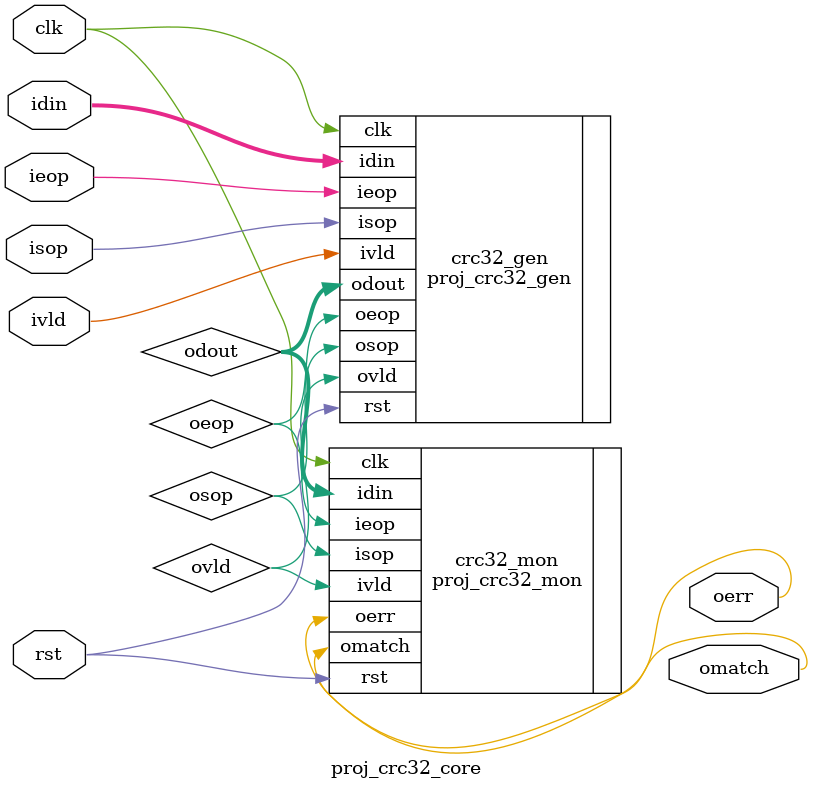
<source format=v>

module proj_crc32_core
    (
	 clk,
	 rst,
	 
	 ivld,
	 idin,
	 ieop,
	 isop, 

	 oerr,
	 omatch
     );

////////////////////////////////////////////////////////////////////////////////
// Parameter declarations
parameter DAT_W = 8;
parameter NUM_W = 36;//byte
parameter DATFCS_W = 4*DAT_W;
parameter INIT_CRC = 32'hFFFF_FFFF;
////////////////////////////////////////////////////////////////////////////////
// Port declarations
input  clk;
input  rst;

input  ivld;
input  [DAT_W-1:0] idin;
input  ieop;
input  isop;


output	 oerr;
output	 omatch;	
////////////////////////////////////////////////////////////////////////////////
//
wire ovld;
wire [DAT_W-1:0] odout;
wire oeop;
wire osop;

proj_crc32_gen crc32_gen
    (
	 .clk 	(clk),
	 .rst	(rst),
	 
	 .ivld	(ivld),
	 .idin	(idin),
	 .ieop	(ieop),
	 .isop	(isop),
	 
	 .ovld	(ovld),
	 .odout	(odout),
	 .oeop	(oeop),
	 .osop	(osop)
     );
	 
proj_crc32_mon crc32_mon
    (
	 .clk	(clk),
	 .rst	(rst),
	 
	 .ivld	(ovld),
	 .idin	(odout),
	 .ieop	(oeop),
	 .isop	(osop),	 

	 .oerr	(oerr),
	 .omatch(omatch)
     );	 
	 

endmodule 

</source>
